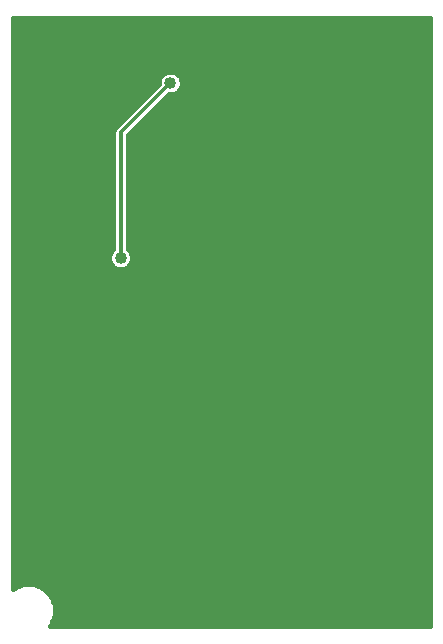
<source format=gbl>
G75*
%MOIN*%
%OFA0B0*%
%FSLAX25Y25*%
%IPPOS*%
%LPD*%
%AMOC8*
5,1,8,0,0,1.08239X$1,22.5*
%
%ADD10C,0.01200*%
%ADD11C,0.04000*%
%ADD12C,0.01600*%
%ADD13C,0.03962*%
D10*
X0047500Y0134400D02*
X0047500Y0176200D01*
X0064000Y0192700D01*
D11*
X0064000Y0192700D03*
X0047500Y0134400D03*
D12*
X0011600Y0214461D02*
X0011600Y0023956D01*
X0011851Y0024207D01*
X0015062Y0025537D01*
X0018538Y0025537D01*
X0021749Y0024207D01*
X0024207Y0021749D01*
X0025537Y0018538D01*
X0025537Y0015062D01*
X0024207Y0011851D01*
X0023956Y0011600D01*
X0150701Y0011600D01*
X0150701Y0214461D01*
X0011600Y0214461D01*
X0011600Y0213008D02*
X0150701Y0213008D01*
X0150701Y0211409D02*
X0011600Y0211409D01*
X0011600Y0209811D02*
X0150701Y0209811D01*
X0150701Y0208212D02*
X0011600Y0208212D01*
X0011600Y0206614D02*
X0150701Y0206614D01*
X0150701Y0205015D02*
X0011600Y0205015D01*
X0011600Y0203417D02*
X0150701Y0203417D01*
X0150701Y0201818D02*
X0011600Y0201818D01*
X0011600Y0200220D02*
X0150701Y0200220D01*
X0150701Y0198621D02*
X0011600Y0198621D01*
X0011600Y0197023D02*
X0150701Y0197023D01*
X0150701Y0195424D02*
X0066650Y0195424D01*
X0066153Y0195921D02*
X0064756Y0196500D01*
X0063244Y0196500D01*
X0061847Y0195921D01*
X0060779Y0194853D01*
X0060200Y0193456D01*
X0060200Y0192294D01*
X0045465Y0177559D01*
X0045100Y0176677D01*
X0045100Y0137374D01*
X0044279Y0136553D01*
X0043700Y0135156D01*
X0043700Y0133644D01*
X0044279Y0132247D01*
X0045347Y0131179D01*
X0046744Y0130600D01*
X0048256Y0130600D01*
X0049653Y0131179D01*
X0050721Y0132247D01*
X0051300Y0133644D01*
X0051300Y0135156D01*
X0050721Y0136553D01*
X0049900Y0137374D01*
X0049900Y0175206D01*
X0063594Y0188900D01*
X0064756Y0188900D01*
X0066153Y0189479D01*
X0067221Y0190547D01*
X0067800Y0191944D01*
X0067800Y0193456D01*
X0067221Y0194853D01*
X0066153Y0195921D01*
X0067647Y0193826D02*
X0150701Y0193826D01*
X0150701Y0192227D02*
X0067800Y0192227D01*
X0067255Y0190629D02*
X0150701Y0190629D01*
X0150701Y0189030D02*
X0065070Y0189030D01*
X0062126Y0187432D02*
X0150701Y0187432D01*
X0150701Y0185833D02*
X0060527Y0185833D01*
X0058929Y0184235D02*
X0150701Y0184235D01*
X0150701Y0182636D02*
X0057330Y0182636D01*
X0055732Y0181038D02*
X0150701Y0181038D01*
X0150701Y0179439D02*
X0054133Y0179439D01*
X0052535Y0177841D02*
X0150701Y0177841D01*
X0150701Y0176242D02*
X0050936Y0176242D01*
X0049900Y0174644D02*
X0150701Y0174644D01*
X0150701Y0173045D02*
X0049900Y0173045D01*
X0049900Y0171447D02*
X0150701Y0171447D01*
X0150701Y0169848D02*
X0049900Y0169848D01*
X0049900Y0168250D02*
X0150701Y0168250D01*
X0150701Y0166651D02*
X0049900Y0166651D01*
X0049900Y0165053D02*
X0150701Y0165053D01*
X0150701Y0163454D02*
X0049900Y0163454D01*
X0049900Y0161856D02*
X0150701Y0161856D01*
X0150701Y0160257D02*
X0049900Y0160257D01*
X0049900Y0158659D02*
X0150701Y0158659D01*
X0150701Y0157060D02*
X0049900Y0157060D01*
X0049900Y0155462D02*
X0150701Y0155462D01*
X0150701Y0153863D02*
X0049900Y0153863D01*
X0049900Y0152265D02*
X0150701Y0152265D01*
X0150701Y0150666D02*
X0049900Y0150666D01*
X0049900Y0149068D02*
X0150701Y0149068D01*
X0150701Y0147469D02*
X0049900Y0147469D01*
X0049900Y0145870D02*
X0150701Y0145870D01*
X0150701Y0144272D02*
X0049900Y0144272D01*
X0049900Y0142673D02*
X0150701Y0142673D01*
X0150701Y0141075D02*
X0049900Y0141075D01*
X0049900Y0139476D02*
X0150701Y0139476D01*
X0150701Y0137878D02*
X0049900Y0137878D01*
X0050835Y0136279D02*
X0150701Y0136279D01*
X0150701Y0134681D02*
X0051300Y0134681D01*
X0051067Y0133082D02*
X0150701Y0133082D01*
X0150701Y0131484D02*
X0049958Y0131484D01*
X0045042Y0131484D02*
X0011600Y0131484D01*
X0011600Y0133082D02*
X0043933Y0133082D01*
X0043700Y0134681D02*
X0011600Y0134681D01*
X0011600Y0136279D02*
X0044165Y0136279D01*
X0045100Y0137878D02*
X0011600Y0137878D01*
X0011600Y0139476D02*
X0045100Y0139476D01*
X0045100Y0141075D02*
X0011600Y0141075D01*
X0011600Y0142673D02*
X0045100Y0142673D01*
X0045100Y0144272D02*
X0011600Y0144272D01*
X0011600Y0145870D02*
X0045100Y0145870D01*
X0045100Y0147469D02*
X0011600Y0147469D01*
X0011600Y0149068D02*
X0045100Y0149068D01*
X0045100Y0150666D02*
X0011600Y0150666D01*
X0011600Y0152265D02*
X0045100Y0152265D01*
X0045100Y0153863D02*
X0011600Y0153863D01*
X0011600Y0155462D02*
X0045100Y0155462D01*
X0045100Y0157060D02*
X0011600Y0157060D01*
X0011600Y0158659D02*
X0045100Y0158659D01*
X0045100Y0160257D02*
X0011600Y0160257D01*
X0011600Y0161856D02*
X0045100Y0161856D01*
X0045100Y0163454D02*
X0011600Y0163454D01*
X0011600Y0165053D02*
X0045100Y0165053D01*
X0045100Y0166651D02*
X0011600Y0166651D01*
X0011600Y0168250D02*
X0045100Y0168250D01*
X0045100Y0169848D02*
X0011600Y0169848D01*
X0011600Y0171447D02*
X0045100Y0171447D01*
X0045100Y0173045D02*
X0011600Y0173045D01*
X0011600Y0174644D02*
X0045100Y0174644D01*
X0045100Y0176242D02*
X0011600Y0176242D01*
X0011600Y0177841D02*
X0045747Y0177841D01*
X0047345Y0179439D02*
X0011600Y0179439D01*
X0011600Y0181038D02*
X0048944Y0181038D01*
X0050542Y0182636D02*
X0011600Y0182636D01*
X0011600Y0184235D02*
X0052141Y0184235D01*
X0053739Y0185833D02*
X0011600Y0185833D01*
X0011600Y0187432D02*
X0055338Y0187432D01*
X0056936Y0189030D02*
X0011600Y0189030D01*
X0011600Y0190629D02*
X0058535Y0190629D01*
X0060133Y0192227D02*
X0011600Y0192227D01*
X0011600Y0193826D02*
X0060353Y0193826D01*
X0061350Y0195424D02*
X0011600Y0195424D01*
X0011600Y0129885D02*
X0150701Y0129885D01*
X0150701Y0128287D02*
X0011600Y0128287D01*
X0011600Y0126688D02*
X0150701Y0126688D01*
X0150701Y0125090D02*
X0011600Y0125090D01*
X0011600Y0123491D02*
X0150701Y0123491D01*
X0150701Y0121893D02*
X0011600Y0121893D01*
X0011600Y0120294D02*
X0150701Y0120294D01*
X0150701Y0118696D02*
X0011600Y0118696D01*
X0011600Y0117097D02*
X0150701Y0117097D01*
X0150701Y0115499D02*
X0011600Y0115499D01*
X0011600Y0113900D02*
X0150701Y0113900D01*
X0150701Y0112302D02*
X0011600Y0112302D01*
X0011600Y0110703D02*
X0150701Y0110703D01*
X0150701Y0109105D02*
X0011600Y0109105D01*
X0011600Y0107506D02*
X0150701Y0107506D01*
X0150701Y0105908D02*
X0011600Y0105908D01*
X0011600Y0104309D02*
X0150701Y0104309D01*
X0150701Y0102711D02*
X0011600Y0102711D01*
X0011600Y0101112D02*
X0150701Y0101112D01*
X0150701Y0099514D02*
X0011600Y0099514D01*
X0011600Y0097915D02*
X0150701Y0097915D01*
X0150701Y0096317D02*
X0011600Y0096317D01*
X0011600Y0094718D02*
X0150701Y0094718D01*
X0150701Y0093120D02*
X0011600Y0093120D01*
X0011600Y0091521D02*
X0150701Y0091521D01*
X0150701Y0089923D02*
X0011600Y0089923D01*
X0011600Y0088324D02*
X0150701Y0088324D01*
X0150701Y0086726D02*
X0011600Y0086726D01*
X0011600Y0085127D02*
X0150701Y0085127D01*
X0150701Y0083529D02*
X0011600Y0083529D01*
X0011600Y0081930D02*
X0150701Y0081930D01*
X0150701Y0080332D02*
X0011600Y0080332D01*
X0011600Y0078733D02*
X0150701Y0078733D01*
X0150701Y0077134D02*
X0011600Y0077134D01*
X0011600Y0075536D02*
X0150701Y0075536D01*
X0150701Y0073937D02*
X0011600Y0073937D01*
X0011600Y0072339D02*
X0150701Y0072339D01*
X0150701Y0070740D02*
X0011600Y0070740D01*
X0011600Y0069142D02*
X0150701Y0069142D01*
X0150701Y0067543D02*
X0011600Y0067543D01*
X0011600Y0065945D02*
X0150701Y0065945D01*
X0150701Y0064346D02*
X0011600Y0064346D01*
X0011600Y0062748D02*
X0150701Y0062748D01*
X0150701Y0061149D02*
X0011600Y0061149D01*
X0011600Y0059551D02*
X0150701Y0059551D01*
X0150701Y0057952D02*
X0011600Y0057952D01*
X0011600Y0056354D02*
X0150701Y0056354D01*
X0150701Y0054755D02*
X0011600Y0054755D01*
X0011600Y0053157D02*
X0150701Y0053157D01*
X0150701Y0051558D02*
X0011600Y0051558D01*
X0011600Y0049960D02*
X0150701Y0049960D01*
X0150701Y0048361D02*
X0011600Y0048361D01*
X0011600Y0046763D02*
X0150701Y0046763D01*
X0150701Y0045164D02*
X0011600Y0045164D01*
X0011600Y0043566D02*
X0150701Y0043566D01*
X0150701Y0041967D02*
X0011600Y0041967D01*
X0011600Y0040369D02*
X0150701Y0040369D01*
X0150701Y0038770D02*
X0011600Y0038770D01*
X0011600Y0037172D02*
X0150701Y0037172D01*
X0150701Y0035573D02*
X0011600Y0035573D01*
X0011600Y0033975D02*
X0150701Y0033975D01*
X0150701Y0032376D02*
X0011600Y0032376D01*
X0011600Y0030778D02*
X0150701Y0030778D01*
X0150701Y0029179D02*
X0011600Y0029179D01*
X0011600Y0027581D02*
X0150701Y0027581D01*
X0150701Y0025982D02*
X0011600Y0025982D01*
X0011600Y0024384D02*
X0012278Y0024384D01*
X0021322Y0024384D02*
X0150701Y0024384D01*
X0150701Y0022785D02*
X0023171Y0022785D01*
X0024440Y0021187D02*
X0150701Y0021187D01*
X0150701Y0019588D02*
X0025102Y0019588D01*
X0025537Y0017990D02*
X0150701Y0017990D01*
X0150701Y0016391D02*
X0025537Y0016391D01*
X0025425Y0014793D02*
X0150701Y0014793D01*
X0150701Y0013194D02*
X0024763Y0013194D01*
D13*
X0024300Y0101800D03*
X0041800Y0154300D03*
X0026800Y0166800D03*
X0114300Y0059300D03*
X0114300Y0026800D03*
X0131800Y0101800D03*
M02*

</source>
